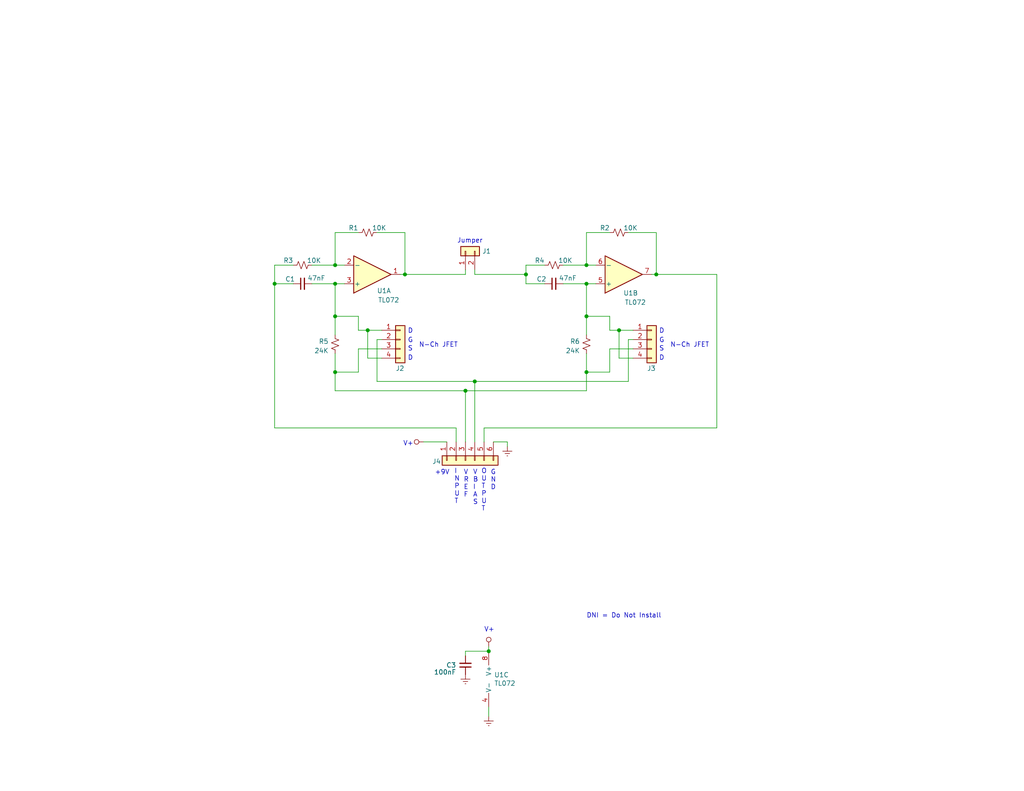
<source format=kicad_sch>
(kicad_sch (version 20250114) (generator "eeschema") (generator_version "9.0")
  (paper "A")
  (title_block (title "All Pass Op Amp") (date "2025-02-28") (rev "1") (company "Gadget Reboot") (comment 1 "https://www.youtube.com/@gadgetreboot") (comment 2 "https://github.com/GadgetReboot/AllPass_OpAmp"))
  (lib_symbols
    (symbol "All_Pass_OpAmp-rescue:GNDREF-power" (power) (pin_names (offset 0))
      (property "Value" "power_GNDREF" (at 0 -3.81 0))
      (symbol "GNDREF-power_0_1"
        (polyline (pts (xy -0.635 -1.905) (xy 0.635 -1.905)))
        (polyline (pts (xy -0.127 -2.54) (xy 0.127 -2.54)))
        (polyline (pts (xy 0 -1.27) (xy 0 0)))
        (polyline (pts (xy 1.27 -1.27) (xy -1.27 -1.27)))
      )
      (symbol "GNDREF-power_1_1"
        (pin power_in line (at 0 0 270) (length 0) (hide yes) (name "GNDREF") (number "1"))
      )
    )
    (symbol "All_Pass_OpAmp-rescue:VCC-power" (power) (pin_names (offset 0))
      (property "Value" "power_VCC" (at 0 3.81 0))
      (symbol "VCC-power_0_1"
        (circle (center 0 1.905) (radius 0.635))
        (polyline (pts (xy 0 0) (xy 0 1.27)))
      )
      (symbol "VCC-power_1_1"
        (pin power_in line (at 0 0 90) (length 0) (hide yes) (name "VCC") (number "1"))
      )
    )
    (symbol "Amplifier_Operational:LM358" (pin_names (offset 0.127))
      (property "Reference" "U" (at 0 5.08 0))
      (property "Value" "LM358" (at 0 -5.08 0))
      (symbol "LM358_1_1"
        (polyline (pts (xy -5.08 5.08) (xy 5.08 0) (xy -5.08 -5.08) (xy -5.08 5.08)) (stroke (width 0.254)) (fill (type background)))
        (pin input line (at -7.62 2.54 0) (length 2.54) (name "+") (number "3"))
        (pin input line (at -7.62 -2.54 0) (length 2.54) (name "-") (number "2"))
        (pin output line (at 7.62 0 180) (length 2.54) (name "~") (number "1"))
      )
      (symbol "LM358_2_1"
        (polyline (pts (xy -5.08 5.08) (xy 5.08 0) (xy -5.08 -5.08) (xy -5.08 5.08)) (stroke (width 0.254)) (fill (type background)))
        (pin input line (at -7.62 2.54 0) (length 2.54) (name "+") (number "5"))
        (pin input line (at -7.62 -2.54 0) (length 2.54) (name "-") (number "6"))
        (pin output line (at 7.62 0 180) (length 2.54) (name "~") (number "7"))
      )
      (symbol "LM358_3_1"
        (pin power_in line (at -2.54 7.62 270) (length 3.81) (name "V+") (number "8"))
        (pin power_in line (at -2.54 -7.62 90) (length 3.81) (name "V-") (number "4"))
      )
    )
    (symbol "Connector_Generic:Conn_01x02" (pin_names (offset 1.016) (hide yes))
      (property "Reference" "J" (at 0 2.54 0))
      (property "Value" "Conn_01x02" (at 0 -5.08 0))
      (symbol "Conn_01x02_1_1"
        (rectangle (start -1.27 1.27) (end 1.27 -3.81) (stroke (width 0.254)) (fill (type background)))
        (rectangle (start -1.27 0.127) (end 0 -0.127) (stroke (width 0.1524)))
        (rectangle (start -1.27 -2.413) (end 0 -2.667) (stroke (width 0.1524)))
        (pin passive line (at -5.08 0 0) (length 3.81) (name "Pin_1") (number "1"))
        (pin passive line (at -5.08 -2.54 0) (length 3.81) (name "Pin_2") (number "2"))
      )
    )
    (symbol "Connector_Generic:Conn_01x04" (pin_names (offset 1.016) (hide yes))
      (property "Reference" "J" (at 0 5.08 0))
      (property "Value" "Conn_01x04" (at 0 -7.62 0))
      (symbol "Conn_01x04_1_1"
        (rectangle (start -1.27 3.81) (end 1.27 -6.35) (stroke (width 0.254)) (fill (type background)))
        (rectangle (start -1.27 2.667) (end 0 2.413) (stroke (width 0.1524)))
        (rectangle (start -1.27 0.127) (end 0 -0.127) (stroke (width 0.1524)))
        (rectangle (start -1.27 -2.413) (end 0 -2.667) (stroke (width 0.1524)))
        (rectangle (start -1.27 -4.953) (end 0 -5.207) (stroke (width 0.1524)))
        (pin passive line (at -5.08 2.54 0) (length 3.81) (name "Pin_1") (number "1"))
        (pin passive line (at -5.08 0 0) (length 3.81) (name "Pin_2") (number "2"))
        (pin passive line (at -5.08 -2.54 0) (length 3.81) (name "Pin_3") (number "3"))
        (pin passive line (at -5.08 -5.08 0) (length 3.81) (name "Pin_4") (number "4"))
      )
    )
    (symbol "Connector_Generic:Conn_01x06" (pin_names (offset 1.016) (hide yes))
      (property "Reference" "J" (at 0 7.62 0))
      (property "Value" "Conn_01x06" (at 0 -10.16 0))
      (symbol "Conn_01x06_1_1"
        (rectangle (start -1.27 6.35) (end 1.27 -8.89) (stroke (width 0.254)) (fill (type background)))
        (rectangle (start -1.27 5.207) (end 0 4.953) (stroke (width 0.1524)))
        (rectangle (start -1.27 2.667) (end 0 2.413) (stroke (width 0.1524)))
        (rectangle (start -1.27 0.127) (end 0 -0.127) (stroke (width 0.1524)))
        (rectangle (start -1.27 -2.413) (end 0 -2.667) (stroke (width 0.1524)))
        (rectangle (start -1.27 -4.953) (end 0 -5.207) (stroke (width 0.1524)))
        (rectangle (start -1.27 -7.493) (end 0 -7.747) (stroke (width 0.1524)))
        (pin passive line (at -5.08 5.08 0) (length 3.81) (name "Pin_1") (number "1"))
        (pin passive line (at -5.08 2.54 0) (length 3.81) (name "Pin_2") (number "2"))
        (pin passive line (at -5.08 0 0) (length 3.81) (name "Pin_3") (number "3"))
        (pin passive line (at -5.08 -2.54 0) (length 3.81) (name "Pin_4") (number "4"))
        (pin passive line (at -5.08 -5.08 0) (length 3.81) (name "Pin_5") (number "5"))
        (pin passive line (at -5.08 -7.62 0) (length 3.81) (name "Pin_6") (number "6"))
      )
    )
    (symbol "Device:C_Small" (pin_numbers (hide yes)) (pin_names (offset 0.254) (hide yes))
      (property "Reference" "C" (at 0.254 1.778 0))
      (property "Value" "C_Small" (at 0.254 -2.032 0))
      (symbol "C_Small_0_1"
        (polyline (pts (xy -1.524 0.508) (xy 1.524 0.508)) (stroke (width 0.3048)))
        (polyline (pts (xy -1.524 -0.508) (xy 1.524 -0.508)) (stroke (width 0.3302)))
      )
      (symbol "C_Small_1_1"
        (pin passive line (at 0 2.54 270) (length 2.032) (name "~") (number "1"))
        (pin passive line (at 0 -2.54 90) (length 2.032) (name "~") (number "2"))
      )
    )
    (symbol "Device:R_Small_US" (pin_numbers (hide yes)) (pin_names (offset 0.254) (hide yes))
      (property "Reference" "R" (at 0.762 0.508 0))
      (property "Value" "R_Small_US" (at 0.762 -1.016 0))
      (symbol "R_Small_US_1_1"
        (polyline (pts (xy 0 1.524) (xy 1.016 1.143) (xy 0 0.762) (xy -1.016 0.381) (xy 0 0)))
        (polyline (pts (xy 0 0) (xy 1.016 -0.381) (xy 0 -0.762) (xy -1.016 -1.143) (xy 0 -1.524)))
        (pin passive line (at 0 2.54 270) (length 1.016) (name "~") (number "1"))
        (pin passive line (at 0 -2.54 90) (length 1.016) (name "~") (number "2"))
      )
    )
  )
  (text "S" (at 111.252 96.012 0) (effects (font (size 1.27 1.27)) (justify left bottom)))
  (text "V+\n" (at 109.982 121.92 0) (effects (font (size 1.27 1.27)) (justify left bottom)))
  (text "Jumper" (at 124.714 66.548 0) (effects (font (size 1.27 1.27)) (justify left bottom)))
  (text "I\nN\nP\nU\nT" (at 123.952 137.668 0) (effects (font (size 1.27 1.27)) (justify left bottom)))
  (text "N-Ch JFET" (at 114.3 94.996 0) (effects (font (size 1.27 1.27)) (justify left bottom)))
  (text "O\nU\nT\nP\nU\nT" (at 131.318 139.7 0) (effects (font (size 1.27 1.27)) (justify left bottom)))
  (text "G" (at 179.832 93.726 0) (effects (font (size 1.27 1.27)) (justify left bottom)))
  (text "D" (at 179.832 91.186 0) (effects (font (size 1.27 1.27)) (justify left bottom)))
  (text "D" (at 111.252 98.552 0) (effects (font (size 1.27 1.27)) (justify left bottom)))
  (text "G\nN\nD" (at 133.858 133.858 0) (effects (font (size 1.27 1.27)) (justify left bottom)))
  (text "V+\n" (at 132.08 172.72 0) (effects (font (size 1.27 1.27)) (justify left bottom)))
  (text "S" (at 179.832 96.012 0) (effects (font (size 1.27 1.27)) (justify left bottom)))
  (text "D" (at 111.252 91.186 0) (effects (font (size 1.27 1.27)) (justify left bottom)))
  (text "+9V" (at 118.618 129.794 0) (effects (font (size 1.27 1.27)) (justify left bottom)))
  (text "DNI = Do Not Install" (at 160.02 168.91 0) (effects (font (size 1.27 1.27)) (justify left bottom)))
  (text "D" (at 179.832 98.552 0) (effects (font (size 1.27 1.27)) (justify left bottom)))
  (text "V\nB\nI\nA\nS" (at 129.032 137.922 0) (effects (font (size 1.27 1.27)) (justify left bottom)))
  (text "V\nR\nE\nF" (at 126.492 135.89 0) (effects (font (size 1.27 1.27)) (justify left bottom)))
  (text "N-Ch JFET" (at 182.88 94.996 0) (effects (font (size 1.27 1.27)) (justify left bottom)))
  (text "G" (at 111.252 93.726 0) (effects (font (size 1.27 1.27)) (justify left bottom)))
  (junction (at 160.02 72.39))
  (junction (at 160.02 101.6))
  (junction (at 91.44 72.39))
  (junction (at 91.44 86.36))
  (junction (at 133.35 177.8))
  (junction (at 168.91 90.17))
  (junction (at 179.07 74.93))
  (junction (at 129.54 104.14))
  (junction (at 160.02 77.47))
  (junction (at 110.49 74.93))
  (junction (at 143.51 74.93))
  (junction (at 91.44 77.47))
  (junction (at 160.02 86.36))
  (junction (at 100.33 90.17))
  (junction (at 127 106.68))
  (junction (at 74.93 77.47))
  (junction (at 91.44 101.6))
  (wire (pts (xy 133.35 193.04) (xy 133.35 195.58)))
  (wire (pts (xy 97.79 86.36) (xy 91.44 86.36)))
  (wire (pts (xy 166.37 86.36) (xy 160.02 86.36)))
  (wire (pts (xy 104.14 95.25) (xy 97.79 95.25)))
  (wire (pts (xy 179.07 74.93) (xy 195.58 74.93)))
  (wire (pts (xy 80.01 72.39) (xy 74.93 72.39)))
  (wire (pts (xy 143.51 74.93) (xy 143.51 77.47)))
  (wire (pts (xy 91.44 77.47) (xy 93.98 77.47)))
  (wire (pts (xy 138.43 120.65) (xy 138.43 121.92)))
  (wire (pts (xy 129.54 104.14) (xy 129.54 120.65)))
  (wire (pts (xy 100.33 97.79) (xy 100.33 90.17)))
  (wire (pts (xy 166.37 63.5) (xy 160.02 63.5)))
  (wire (pts (xy 177.8 74.93) (xy 179.07 74.93)))
  (wire (pts (xy 129.54 73.66) (xy 129.54 74.93)))
  (wire (pts (xy 91.44 106.68) (xy 127 106.68)))
  (wire (pts (xy 97.79 101.6) (xy 91.44 101.6)))
  (wire (pts (xy 171.45 63.5) (xy 179.07 63.5)))
  (wire (pts (xy 74.93 77.47) (xy 80.01 77.47)))
  (wire (pts (xy 102.87 63.5) (xy 110.49 63.5)))
  (wire (pts (xy 85.09 72.39) (xy 91.44 72.39)))
  (wire (pts (xy 109.22 74.93) (xy 110.49 74.93)))
  (wire (pts (xy 74.93 72.39) (xy 74.93 77.47)))
  (wire (pts (xy 134.62 120.65) (xy 138.43 120.65)))
  (wire (pts (xy 160.02 72.39) (xy 162.56 72.39)))
  (wire (pts (xy 127 73.66) (xy 127 74.93)))
  (wire (pts (xy 153.67 72.39) (xy 160.02 72.39)))
  (wire (pts (xy 179.07 63.5) (xy 179.07 74.93)))
  (wire (pts (xy 129.54 104.14) (xy 171.45 104.14)))
  (wire (pts (xy 97.79 86.36) (xy 97.79 90.17)))
  (wire (pts (xy 153.67 77.47) (xy 160.02 77.47)))
  (wire (pts (xy 166.37 86.36) (xy 166.37 90.17)))
  (wire (pts (xy 104.14 92.71) (xy 102.87 92.71)))
  (wire (pts (xy 168.91 97.79) (xy 168.91 90.17)))
  (wire (pts (xy 133.35 176.53) (xy 133.35 177.8)))
  (wire (pts (xy 104.14 97.79) (xy 100.33 97.79)))
  (wire (pts (xy 100.33 90.17) (xy 97.79 90.17)))
  (wire (pts (xy 160.02 77.47) (xy 160.02 86.36)))
  (wire (pts (xy 102.87 104.14) (xy 129.54 104.14)))
  (wire (pts (xy 143.51 77.47) (xy 148.59 77.47)))
  (wire (pts (xy 168.91 90.17) (xy 166.37 90.17)))
  (wire (pts (xy 91.44 72.39) (xy 93.98 72.39)))
  (wire (pts (xy 91.44 101.6) (xy 91.44 96.52)))
  (wire (pts (xy 160.02 86.36) (xy 160.02 91.44)))
  (wire (pts (xy 132.08 116.84) (xy 132.08 120.65)))
  (wire (pts (xy 110.49 63.5) (xy 110.49 74.93)))
  (wire (pts (xy 74.93 77.47) (xy 74.93 116.84)))
  (wire (pts (xy 160.02 106.68) (xy 160.02 101.6)))
  (wire (pts (xy 172.72 95.25) (xy 166.37 95.25)))
  (wire (pts (xy 172.72 90.17) (xy 168.91 90.17)))
  (wire (pts (xy 166.37 95.25) (xy 166.37 101.6)))
  (wire (pts (xy 195.58 116.84) (xy 195.58 74.93)))
  (wire (pts (xy 148.59 72.39) (xy 143.51 72.39)))
  (wire (pts (xy 171.45 104.14) (xy 171.45 92.71)))
  (wire (pts (xy 127 177.8) (xy 127 179.07)))
  (wire (pts (xy 127 177.8) (xy 133.35 177.8)))
  (wire (pts (xy 166.37 101.6) (xy 160.02 101.6)))
  (wire (pts (xy 102.87 92.71) (xy 102.87 104.14)))
  (wire (pts (xy 91.44 77.47) (xy 91.44 86.36)))
  (wire (pts (xy 172.72 97.79) (xy 168.91 97.79)))
  (wire (pts (xy 129.54 74.93) (xy 143.51 74.93)))
  (wire (pts (xy 132.08 116.84) (xy 195.58 116.84)))
  (wire (pts (xy 110.49 74.93) (xy 127 74.93)))
  (wire (pts (xy 160.02 63.5) (xy 160.02 72.39)))
  (wire (pts (xy 143.51 72.39) (xy 143.51 74.93)))
  (wire (pts (xy 85.09 77.47) (xy 91.44 77.47)))
  (wire (pts (xy 97.79 95.25) (xy 97.79 101.6)))
  (wire (pts (xy 127 106.68) (xy 127 120.65)))
  (wire (pts (xy 97.79 63.5) (xy 91.44 63.5)))
  (wire (pts (xy 124.46 116.84) (xy 124.46 120.65)))
  (wire (pts (xy 104.14 90.17) (xy 100.33 90.17)))
  (wire (pts (xy 160.02 77.47) (xy 162.56 77.47)))
  (wire (pts (xy 91.44 86.36) (xy 91.44 91.44)))
  (wire (pts (xy 160.02 101.6) (xy 160.02 96.52)))
  (wire (pts (xy 91.44 63.5) (xy 91.44 72.39)))
  (wire (pts (xy 172.72 92.71) (xy 171.45 92.71)))
  (wire (pts (xy 74.93 116.84) (xy 124.46 116.84)))
  (wire (pts (xy 115.57 120.65) (xy 121.92 120.65)))
  (wire (pts (xy 91.44 101.6) (xy 91.44 106.68)))
  (wire (pts (xy 127 106.68) (xy 160.02 106.68)))
  (symbol (lib_id "Amplifier_Operational:LM358") (at 101.6 74.93 0) (mirror x) (unit 1)
    (property "Reference" "U1" (at 104.775 79.375 0))
    (property "Value" "TL072" (at 106.045 81.915 0))
    (property "Footprint" "Package_DIP:DIP-8_W7.62mm" (effects (hide yes)))
    (property "Datasheet" "http://www.ti.com/lit/ds/symlink/lm2904-n.pdf" (effects (hide yes)))
  )
  (symbol (lib_id "Amplifier_Operational:LM358") (at 170.18 74.93 0) (mirror x) (unit 2)
    (property "Reference" "U1" (at 172.085 80.01 0))
    (property "Value" "TL072" (at 173.355 82.55 0))
    (property "Footprint" "Package_DIP:DIP-8_W7.62mm" (effects (hide yes)))
    (property "Datasheet" "http://www.ti.com/lit/ds/symlink/lm2904-n.pdf" (effects (hide yes)))
  )
  (symbol (lib_id "Device:R_Small_US") (at 91.44 93.98 0) (unit 1)
    (property "Reference" "R5" (at 89.662 93.218 0) (effects (justify right)))
    (property "Value" "24K" (at 89.662 95.758 0) (effects (justify right)))
    (property "Footprint" "Resistor_THT:R_Axial_DIN0207_L6.3mm_D2.5mm_P10.16mm_Horizontal" (effects (hide yes)))
  )
  (symbol (lib_id "Amplifier_Operational:LM358") (at 135.89 185.42 0) (unit 3)
    (property "Reference" "U1" (at 134.8232 184.2516 0) (effects (justify left)))
    (property "Value" "TL072" (at 134.8232 186.563 0) (effects (justify left)))
    (property "Footprint" "Package_DIP:DIP-8_W7.62mm" (effects (hide yes)))
    (property "Datasheet" "http://www.ti.com/lit/ds/symlink/lm2904-n.pdf" (effects (hide yes)))
  )
  (symbol (lib_id "Device:R_Small_US") (at 82.55 72.39 270) (unit 1)
    (property "Reference" "R3" (at 80.01 71.12 90) (effects (justify right)))
    (property "Value" "10K" (at 87.63 71.12 90) (effects (justify right)))
    (property "Footprint" "Resistor_THT:R_Axial_DIN0207_L6.3mm_D2.5mm_P10.16mm_Horizontal" (effects (hide yes)))
  )
  (symbol (lib_id "Device:R_Small_US") (at 100.33 63.5 270) (unit 1)
    (property "Reference" "R1" (at 97.79 62.23 90) (effects (justify right)))
    (property "Value" "10K" (at 105.41 62.23 90) (effects (justify right)))
    (property "Footprint" "Resistor_THT:R_Axial_DIN0207_L6.3mm_D2.5mm_P10.16mm_Horizontal" (effects (hide yes)))
  )
  (symbol (lib_id "All_Pass_OpAmp-rescue:VCC-power") (at 133.35 176.53 0) (unit 1)
    (property "Reference" "#PWR03" (effects (hide yes)))
    (property "Value" "VCC" (effects (hide yes)))
  )
  (symbol (lib_id "Device:C_Small") (at 82.55 77.47 90) (unit 1)
    (property "Reference" "C1" (at 80.518 76.2 90) (effects (justify left)))
    (property "Value" "47nF" (at 88.773 75.946 90) (effects (justify left)))
    (property "Footprint" "Capacitor_THT:C_Disc_D3.0mm_W1.6mm_P2.50mm" (effects (hide yes)))
  )
  (symbol (lib_id "All_Pass_OpAmp-rescue:GNDREF-power") (at 133.35 195.58 0) (unit 1)
    (property "Reference" "#PWR05" (effects (hide yes)))
    (property "Value" "GNDREF" (effects (hide yes)))
  )
  (symbol (lib_id "Device:C_Small") (at 127 181.61 180) (unit 1)
    (property "Reference" "C3" (at 124.46 181.61 0) (effects (justify left)))
    (property "Value" "100nF" (at 124.46 183.515 0) (effects (justify left)))
    (property "Footprint" "Capacitor_THT:C_Disc_D3.0mm_W1.6mm_P2.50mm" (effects (hide yes)))
  )
  (symbol (lib_id "All_Pass_OpAmp-rescue:GNDREF-power") (at 127 184.15 0) (unit 1)
    (property "Reference" "#PWR04" (effects (hide yes)))
    (property "Value" "GNDREF" (effects (hide yes)))
  )
  (symbol (lib_id "All_Pass_OpAmp-rescue:VCC-power") (at 115.57 120.65 90) (unit 1)
    (property "Reference" "#PWR01" (effects (hide yes)))
    (property "Value" "VCC" (effects (hide yes)))
  )
  (symbol (lib_id "Connector_Generic:Conn_01x02") (at 127 68.58 90) (unit 1)
    (property "Reference" "J1" (at 131.572 68.5799 90) (effects (justify right)))
    (property "Value" "Conn_01x02" (effects (hide yes)))
    (property "Footprint" "Connector_PinHeader_2.54mm:PinHeader_1x02_P2.54mm_Vertical" (effects (hide yes)))
    (property "Description" "Generic connector, single row, 01x02, script generated (kicad-library-utils/schlib/autogen/connector/)" (effects (hide yes)))
  )
  (symbol (lib_id "All_Pass_OpAmp-rescue:GNDREF-power") (at 138.43 121.92 0) (unit 1)
    (property "Reference" "#PWR02" (effects (hide yes)))
    (property "Value" "GNDREF" (effects (hide yes)))
  )
  (symbol (lib_id "Connector_Generic:Conn_01x04") (at 177.8 92.71 0) (unit 1)
    (property "Reference" "J3" (at 176.53 100.5839 0) (effects (justify left)))
    (property "Value" "Conn_01x04" (effects (hide yes)))
    (property "Footprint" "Connector_PinHeader_2.54mm:PinHeader_1x04_P2.54mm_Vertical" (effects (hide yes)))
  )
  (symbol (lib_id "Connector_Generic:Conn_01x06") (at 127 125.73 90) (mirror x) (unit 1)
    (property "Reference" "J4" (at 119.126 125.984 90))
    (property "Value" "Conn_01x06" (effects (hide yes)))
    (property "Footprint" "Connector_PinHeader_2.54mm:PinHeader_1x06_P2.54mm_Vertical" (effects (hide yes)))
    (property "Description" "Generic connector, single row, 01x06, script generated (kicad-library-utils/schlib/autogen/connector/)" (effects (hide yes)))
  )
  (symbol (lib_id "Device:C_Small") (at 151.13 77.47 90) (unit 1)
    (property "Reference" "C2" (at 149.098 76.2 90) (effects (justify left)))
    (property "Value" "47nF" (at 157.353 75.946 90) (effects (justify left)))
    (property "Footprint" "Capacitor_THT:C_Disc_D3.0mm_W1.6mm_P2.50mm" (effects (hide yes)))
  )
  (symbol (lib_id "Device:R_Small_US") (at 151.13 72.39 270) (unit 1)
    (property "Reference" "R4" (at 148.59 71.12 90) (effects (justify right)))
    (property "Value" "10K" (at 156.21 71.12 90) (effects (justify right)))
    (property "Footprint" "Resistor_THT:R_Axial_DIN0207_L6.3mm_D2.5mm_P10.16mm_Horizontal" (effects (hide yes)))
  )
  (symbol (lib_id "Device:R_Small_US") (at 168.91 63.5 270) (unit 1)
    (property "Reference" "R2" (at 166.37 62.23 90) (effects (justify right)))
    (property "Value" "10K" (at 173.99 62.23 90) (effects (justify right)))
    (property "Footprint" "Resistor_THT:R_Axial_DIN0207_L6.3mm_D2.5mm_P10.16mm_Horizontal" (effects (hide yes)))
  )
  (symbol (lib_id "Connector_Generic:Conn_01x04") (at 109.22 92.71 0) (unit 1)
    (property "Reference" "J2" (at 107.95 100.5839 0) (effects (justify left)))
    (property "Value" "Conn_01x04" (effects (hide yes)))
    (property "Footprint" "Connector_PinHeader_2.54mm:PinHeader_1x04_P2.54mm_Vertical" (effects (hide yes)))
  )
  (symbol (lib_id "Device:R_Small_US") (at 160.02 93.98 0) (unit 1)
    (property "Reference" "R6" (at 158.242 93.218 0) (effects (justify right)))
    (property "Value" "24K" (at 158.242 95.758 0) (effects (justify right)))
    (property "Footprint" "Resistor_THT:R_Axial_DIN0207_L6.3mm_D2.5mm_P10.16mm_Horizontal" (effects (hide yes)))
  )
)
</source>
